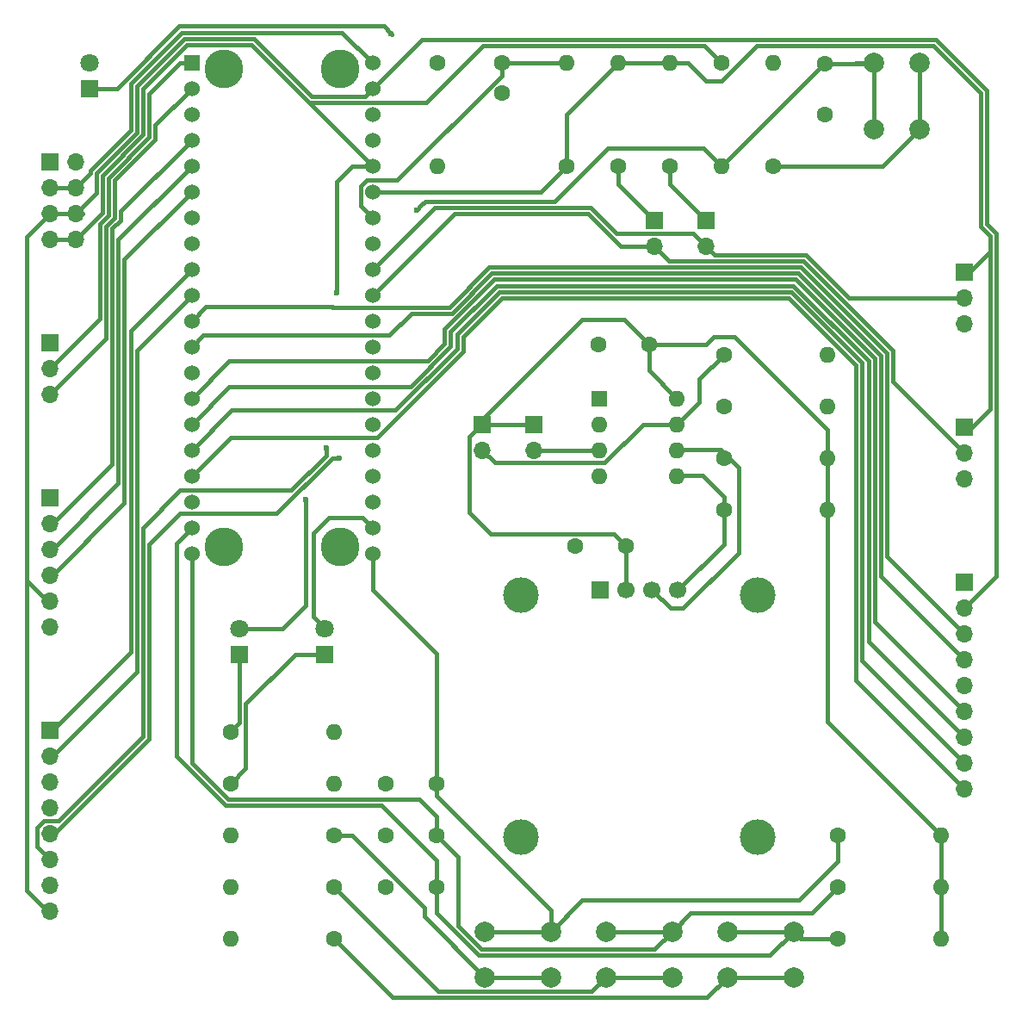
<source format=gbr>
%TF.GenerationSoftware,KiCad,Pcbnew,5.1.9-73d0e3b20d~88~ubuntu20.04.1*%
%TF.CreationDate,2021-03-02T10:16:35-05:00*%
%TF.ProjectId,kiwikit-rpi-pico,6b697769-6b69-4742-9d72-70692d706963,rev?*%
%TF.SameCoordinates,PX2faf080PY8f0d180*%
%TF.FileFunction,Copper,L1,Top*%
%TF.FilePolarity,Positive*%
%FSLAX46Y46*%
G04 Gerber Fmt 4.6, Leading zero omitted, Abs format (unit mm)*
G04 Created by KiCad (PCBNEW 5.1.9-73d0e3b20d~88~ubuntu20.04.1) date 2021-03-02 10:16:35*
%MOMM*%
%LPD*%
G01*
G04 APERTURE LIST*
%TA.AperFunction,ComponentPad*%
%ADD10O,1.700000X1.700000*%
%TD*%
%TA.AperFunction,ComponentPad*%
%ADD11R,1.700000X1.700000*%
%TD*%
%TA.AperFunction,ComponentPad*%
%ADD12C,2.000000*%
%TD*%
%TA.AperFunction,ComponentPad*%
%ADD13O,1.600000X1.600000*%
%TD*%
%TA.AperFunction,ComponentPad*%
%ADD14C,1.600000*%
%TD*%
%TA.AperFunction,ComponentPad*%
%ADD15C,1.800000*%
%TD*%
%TA.AperFunction,ComponentPad*%
%ADD16R,1.800000X1.800000*%
%TD*%
%TA.AperFunction,ComponentPad*%
%ADD17C,3.800000*%
%TD*%
%TA.AperFunction,ComponentPad*%
%ADD18C,1.524000*%
%TD*%
%TA.AperFunction,ComponentPad*%
%ADD19R,1.524000X1.524000*%
%TD*%
%TA.AperFunction,ComponentPad*%
%ADD20R,1.600000X1.600000*%
%TD*%
%TA.AperFunction,ComponentPad*%
%ADD21C,1.700000*%
%TD*%
%TA.AperFunction,ComponentPad*%
%ADD22C,3.500000*%
%TD*%
%TA.AperFunction,ViaPad*%
%ADD23C,0.600000*%
%TD*%
%TA.AperFunction,Conductor*%
%ADD24C,0.400000*%
%TD*%
G04 APERTURE END LIST*
D10*
%TO.P,J5,9*%
%TO.N,/GP13_SPI1_CS*%
X94996000Y23368000D03*
%TO.P,J5,8*%
%TO.N,/GP12_SPI1_MISO*%
X94996000Y25908000D03*
%TO.P,J5,7*%
%TO.N,/GP11_SPI1_MOSI*%
X94996000Y28448000D03*
%TO.P,J5,6*%
%TO.N,/GP10_SPI1_SCK*%
X94996000Y30988000D03*
%TO.P,J5,5*%
%TO.N,GND*%
X94996000Y33528000D03*
%TO.P,J5,4*%
%TO.N,/GP9_UART1_RX*%
X94996000Y36068000D03*
%TO.P,J5,3*%
%TO.N,/GP8_UART1_TX*%
X94996000Y38608000D03*
%TO.P,J5,2*%
%TO.N,+5V*%
X94996000Y41148000D03*
D11*
%TO.P,J5,1*%
%TO.N,GND*%
X94996000Y43688000D03*
%TD*%
D10*
%TO.P,J2,3*%
%TO.N,/GP1_UART0_RX*%
X5080000Y62103000D03*
%TO.P,J2,2*%
%TO.N,/GP0_UART0_TX*%
X5080000Y64643000D03*
D11*
%TO.P,J2,1*%
%TO.N,GND*%
X5080000Y67183000D03*
%TD*%
D10*
%TO.P,J1,8*%
%TO.N,+3V3*%
X7620000Y77343000D03*
%TO.P,J1,7*%
X5080000Y77343000D03*
%TO.P,J1,6*%
%TO.N,+5V*%
X7620000Y79883000D03*
%TO.P,J1,5*%
X5080000Y79883000D03*
%TO.P,J1,4*%
%TO.N,VBUS*%
X7620000Y82423000D03*
%TO.P,J1,3*%
X5080000Y82423000D03*
%TO.P,J1,2*%
%TO.N,GND*%
X7620000Y84963000D03*
D11*
%TO.P,J1,1*%
X5080000Y84963000D03*
%TD*%
D12*
%TO.P,SW1,1*%
%TO.N,Net-(R17-Pad1)*%
X59794000Y4826000D03*
%TO.P,SW1,2*%
%TO.N,/SW1*%
X59794000Y9326000D03*
%TO.P,SW1,1*%
%TO.N,Net-(R17-Pad1)*%
X66294000Y4826000D03*
%TO.P,SW1,2*%
%TO.N,/SW1*%
X66294000Y9326000D03*
%TD*%
D13*
%TO.P,R5,2*%
%TO.N,/~RST*%
X71120000Y84582000D03*
D14*
%TO.P,R5,1*%
%TO.N,+3V3*%
X71120000Y94742000D03*
%TD*%
D13*
%TO.P,R18,2*%
%TO.N,GND*%
X22860000Y18796000D03*
D14*
%TO.P,R18,1*%
%TO.N,Net-(R18-Pad1)*%
X33020000Y18796000D03*
%TD*%
D13*
%TO.P,R17,2*%
%TO.N,GND*%
X22860000Y13716000D03*
D14*
%TO.P,R17,1*%
%TO.N,Net-(R17-Pad1)*%
X33020000Y13716000D03*
%TD*%
D13*
%TO.P,R16,2*%
%TO.N,GND*%
X22860000Y8636000D03*
D14*
%TO.P,R16,1*%
%TO.N,Net-(R16-Pad1)*%
X33020000Y8636000D03*
%TD*%
D13*
%TO.P,R15,2*%
%TO.N,GND*%
X76200000Y94742000D03*
D14*
%TO.P,R15,1*%
%TO.N,Net-(R15-Pad1)*%
X76200000Y84582000D03*
%TD*%
D13*
%TO.P,R14,2*%
%TO.N,+3V3*%
X81534000Y50800000D03*
D14*
%TO.P,R14,1*%
%TO.N,/I2C1_SDA*%
X71374000Y50800000D03*
%TD*%
D13*
%TO.P,R13,2*%
%TO.N,+3V3*%
X81534000Y55880000D03*
D14*
%TO.P,R13,1*%
%TO.N,/I2C1_SCL*%
X71374000Y55880000D03*
%TD*%
D13*
%TO.P,R12,2*%
%TO.N,GND*%
X81534000Y60960000D03*
D14*
%TO.P,R12,1*%
%TO.N,Net-(JP4-Pad2)*%
X71374000Y60960000D03*
%TD*%
D13*
%TO.P,R11,2*%
%TO.N,GND*%
X81534000Y66040000D03*
D14*
%TO.P,R11,1*%
%TO.N,Net-(JP3-Pad2)*%
X71374000Y66040000D03*
%TD*%
D13*
%TO.P,R9,2*%
%TO.N,/ADC2*%
X55880000Y94742000D03*
D14*
%TO.P,R9,1*%
%TO.N,VDDA*%
X55880000Y84582000D03*
%TD*%
D13*
%TO.P,R8,2*%
%TO.N,GND*%
X43180000Y84582000D03*
D14*
%TO.P,R8,1*%
%TO.N,Net-(D2-Pad1)*%
X43180000Y94742000D03*
%TD*%
D13*
%TO.P,R7,2*%
%TO.N,GND*%
X33020000Y28956000D03*
D14*
%TO.P,R7,1*%
%TO.N,Net-(D1-Pad1)*%
X22860000Y28956000D03*
%TD*%
D13*
%TO.P,R6,2*%
%TO.N,GND*%
X33020000Y23876000D03*
D14*
%TO.P,R6,1*%
%TO.N,Net-(D0-Pad1)*%
X22860000Y23876000D03*
%TD*%
D13*
%TO.P,R4,2*%
%TO.N,VDDA*%
X66040000Y94742000D03*
D14*
%TO.P,R4,1*%
%TO.N,Net-(JP2-Pad1)*%
X66040000Y84582000D03*
%TD*%
D13*
%TO.P,R3,2*%
%TO.N,VDDA*%
X60960000Y94742000D03*
D14*
%TO.P,R3,1*%
%TO.N,Net-(JP1-Pad1)*%
X60960000Y84582000D03*
%TD*%
D13*
%TO.P,R2,2*%
%TO.N,+3V3*%
X92710000Y18796000D03*
D14*
%TO.P,R2,1*%
%TO.N,/SW2*%
X82550000Y18796000D03*
%TD*%
D13*
%TO.P,R1,2*%
%TO.N,+3V3*%
X92710000Y13716000D03*
D14*
%TO.P,R1,1*%
%TO.N,/SW1*%
X82550000Y13716000D03*
%TD*%
D13*
%TO.P,R0,2*%
%TO.N,+3V3*%
X92710000Y8636000D03*
D14*
%TO.P,R0,1*%
%TO.N,/SW0*%
X82550000Y8636000D03*
%TD*%
D15*
%TO.P,D2,2*%
%TO.N,+3V3*%
X9017000Y94742000D03*
D16*
%TO.P,D2,1*%
%TO.N,Net-(D2-Pad1)*%
X9017000Y92202000D03*
%TD*%
D15*
%TO.P,D1,2*%
%TO.N,/LED1*%
X23749000Y39116000D03*
D16*
%TO.P,D1,1*%
%TO.N,Net-(D1-Pad1)*%
X23749000Y36576000D03*
%TD*%
D15*
%TO.P,D0,2*%
%TO.N,/LED0*%
X32131000Y39116000D03*
D16*
%TO.P,D0,1*%
%TO.N,Net-(D0-Pad1)*%
X32131000Y36576000D03*
%TD*%
D14*
%TO.P,C8,2*%
%TO.N,GND*%
X59008000Y67056000D03*
%TO.P,C8,1*%
%TO.N,+3V3*%
X64008000Y67056000D03*
%TD*%
%TO.P,C6,2*%
%TO.N,GND*%
X56785500Y47244000D03*
%TO.P,C6,1*%
%TO.N,+3V3*%
X61785500Y47244000D03*
%TD*%
%TO.P,C5,2*%
%TO.N,/~RST*%
X81280000Y94662000D03*
%TO.P,C5,1*%
%TO.N,GND*%
X81280000Y89662000D03*
%TD*%
%TO.P,C2,2*%
%TO.N,/SW2*%
X43100000Y23876000D03*
%TO.P,C2,1*%
%TO.N,GND*%
X38100000Y23876000D03*
%TD*%
%TO.P,C1,2*%
%TO.N,/SW1*%
X43100000Y18796000D03*
%TO.P,C1,1*%
%TO.N,GND*%
X38100000Y18796000D03*
%TD*%
%TO.P,C0,2*%
%TO.N,/SW0*%
X43100000Y13716000D03*
%TO.P,C0,1*%
%TO.N,GND*%
X38100000Y13716000D03*
%TD*%
D17*
%TO.P,U1,*%
%TO.N,*%
X33640000Y47112000D03*
X22240000Y47112000D03*
X33640000Y94112000D03*
X22240000Y94112000D03*
D18*
%TO.P,U1,40*%
%TO.N,VBUS*%
X36830000Y94742000D03*
%TO.P,U1,39*%
%TO.N,+5V*%
X36830000Y92202000D03*
%TO.P,U1,38*%
%TO.N,GND*%
X36830000Y89662000D03*
%TO.P,U1,37*%
%TO.N,Net-(U1-Pad37)*%
X36830000Y87122000D03*
%TO.P,U1,36*%
%TO.N,+3V3*%
X36830000Y84582000D03*
%TO.P,U1,35*%
%TO.N,VDDA*%
X36830000Y82042000D03*
%TO.P,U1,34*%
%TO.N,/ADC2*%
X36830000Y79502000D03*
%TO.P,U1,33*%
%TO.N,GNDA*%
X36830000Y76962000D03*
%TO.P,U1,32*%
%TO.N,/GP27_ADC1*%
X36830000Y74422000D03*
%TO.P,U1,31*%
%TO.N,/GP26_ADC0*%
X36830000Y71882000D03*
%TO.P,U1,30*%
%TO.N,/~RST*%
X36830000Y69342000D03*
%TO.P,U1,29*%
%TO.N,/LED1*%
X36830000Y66802000D03*
%TO.P,U1,28*%
%TO.N,GND*%
X36830000Y64262000D03*
%TO.P,U1,27*%
%TO.N,/GP21_I2C0_SCL*%
X36830000Y61722000D03*
%TO.P,U1,26*%
%TO.N,/GP20_I2C0_SDA*%
X36830000Y59182000D03*
%TO.P,U1,25*%
%TO.N,/I2C1_SCL*%
X36830000Y56642000D03*
%TO.P,U1,24*%
%TO.N,/I2C1_SDA*%
X36830000Y54102000D03*
%TO.P,U1,23*%
%TO.N,GND*%
X36830000Y51562000D03*
%TO.P,U1,22*%
%TO.N,/LED0*%
X36830000Y49022000D03*
%TO.P,U1,21*%
%TO.N,/SW2*%
X36830000Y46482000D03*
%TO.P,U1,20*%
%TO.N,/SW1*%
X19050000Y46482000D03*
%TO.P,U1,19*%
%TO.N,/SW0*%
X19050000Y49022000D03*
%TO.P,U1,18*%
%TO.N,GND*%
X19050000Y51562000D03*
%TO.P,U1,17*%
%TO.N,/GP13_SPI1_CS*%
X19050000Y54102000D03*
%TO.P,U1,16*%
%TO.N,/GP12_SPI1_MISO*%
X19050000Y56642000D03*
%TO.P,U1,15*%
%TO.N,/GP11_SPI1_MOSI*%
X19050000Y59182000D03*
%TO.P,U1,14*%
%TO.N,/GP10_SPI1_SCK*%
X19050000Y61722000D03*
%TO.P,U1,13*%
%TO.N,GND*%
X19050000Y64262000D03*
%TO.P,U1,12*%
%TO.N,/GP9_UART1_RX*%
X19050000Y66802000D03*
%TO.P,U1,11*%
%TO.N,/GP8_UART1_TX*%
X19050000Y69342000D03*
%TO.P,U1,10*%
%TO.N,/GP7_AD0*%
X19050000Y71882000D03*
%TO.P,U1,9*%
%TO.N,/GP6_INT*%
X19050000Y74422000D03*
%TO.P,U1,8*%
%TO.N,GND*%
X19050000Y76962000D03*
%TO.P,U1,7*%
%TO.N,/GP5_SPI0_CS*%
X19050000Y79502000D03*
%TO.P,U1,6*%
%TO.N,/GP4_SPI0_MISO*%
X19050000Y82042000D03*
%TO.P,U1,5*%
%TO.N,/GP3_SPI0_MOSI*%
X19050000Y84582000D03*
%TO.P,U1,4*%
%TO.N,/GP2_SPI0_SCK*%
X19050000Y87122000D03*
%TO.P,U1,3*%
%TO.N,GND*%
X19050000Y89662000D03*
%TO.P,U1,2*%
%TO.N,/GP1_UART0_RX*%
X19050000Y92202000D03*
D19*
%TO.P,U1,1*%
%TO.N,/GP0_UART0_TX*%
X19050000Y94742000D03*
%TD*%
D12*
%TO.P,SW2,1*%
%TO.N,Net-(R18-Pad1)*%
X47856000Y4826000D03*
%TO.P,SW2,2*%
%TO.N,/SW2*%
X47856000Y9326000D03*
%TO.P,SW2,1*%
%TO.N,Net-(R18-Pad1)*%
X54356000Y4826000D03*
%TO.P,SW2,2*%
%TO.N,/SW2*%
X54356000Y9326000D03*
%TD*%
%TO.P,SW0,1*%
%TO.N,Net-(R16-Pad1)*%
X71732000Y4826000D03*
%TO.P,SW0,2*%
%TO.N,/SW0*%
X71732000Y9326000D03*
%TO.P,SW0,1*%
%TO.N,Net-(R16-Pad1)*%
X78232000Y4826000D03*
%TO.P,SW0,2*%
%TO.N,/SW0*%
X78232000Y9326000D03*
%TD*%
D10*
%TO.P,JP2,2*%
%TO.N,/GP27_ADC1*%
X69596000Y76708000D03*
D11*
%TO.P,JP2,1*%
%TO.N,Net-(JP2-Pad1)*%
X69596000Y79248000D03*
%TD*%
D10*
%TO.P,JP1,2*%
%TO.N,/GP26_ADC0*%
X64516000Y76708000D03*
D11*
%TO.P,JP1,1*%
%TO.N,Net-(JP1-Pad1)*%
X64516000Y79248000D03*
%TD*%
D10*
%TO.P,J6,3*%
%TO.N,GNDA*%
X94996000Y53848000D03*
%TO.P,J6,2*%
%TO.N,/GP26_ADC0*%
X94996000Y56388000D03*
D11*
%TO.P,J6,1*%
%TO.N,VDDA*%
X94996000Y58928000D03*
%TD*%
D10*
%TO.P,J7,3*%
%TO.N,GNDA*%
X94996000Y69088000D03*
%TO.P,J7,2*%
%TO.N,/GP27_ADC1*%
X94996000Y71628000D03*
D11*
%TO.P,J7,1*%
%TO.N,VDDA*%
X94996000Y74168000D03*
%TD*%
D10*
%TO.P,J4,8*%
%TO.N,+5V*%
X5080000Y11303000D03*
%TO.P,J4,7*%
%TO.N,GND*%
X5080000Y13843000D03*
%TO.P,J4,6*%
%TO.N,/GP21_I2C0_SCL*%
X5080000Y16383000D03*
%TO.P,J4,5*%
%TO.N,/GP20_I2C0_SDA*%
X5080000Y18923000D03*
%TO.P,J4,4*%
%TO.N,/XDA*%
X5080000Y21463000D03*
%TO.P,J4,3*%
%TO.N,/XCL*%
X5080000Y24003000D03*
%TO.P,J4,2*%
%TO.N,/GP7_AD0*%
X5080000Y26543000D03*
D11*
%TO.P,J4,1*%
%TO.N,/GP6_INT*%
X5080000Y29083000D03*
%TD*%
D14*
%TO.P,R10,2*%
%TO.N,GNDA*%
X49530000Y91742000D03*
%TO.P,R10,1*%
%TO.N,/ADC2*%
X49530000Y94742000D03*
%TD*%
D10*
%TO.P,J3,6*%
%TO.N,GND*%
X5080000Y39243000D03*
%TO.P,J3,5*%
%TO.N,+5V*%
X5080000Y41783000D03*
%TO.P,J3,4*%
%TO.N,/GP4_SPI0_MISO*%
X5080000Y44323000D03*
%TO.P,J3,3*%
%TO.N,/GP3_SPI0_MOSI*%
X5080000Y46863000D03*
%TO.P,J3,2*%
%TO.N,/GP2_SPI0_SCK*%
X5080000Y49403000D03*
D11*
%TO.P,J3,1*%
%TO.N,/GP5_SPI0_CS*%
X5080000Y51943000D03*
%TD*%
D12*
%TO.P,SW5,1*%
%TO.N,Net-(R15-Pad1)*%
X90606000Y88178500D03*
%TO.P,SW5,2*%
%TO.N,/~RST*%
X86106000Y88178500D03*
%TO.P,SW5,1*%
%TO.N,Net-(R15-Pad1)*%
X90606000Y94678500D03*
%TO.P,SW5,2*%
%TO.N,/~RST*%
X86106000Y94678500D03*
%TD*%
D13*
%TO.P,U3,8*%
%TO.N,+3V3*%
X66764000Y61722000D03*
%TO.P,U3,4*%
%TO.N,GND*%
X59144000Y54102000D03*
%TO.P,U3,7*%
%TO.N,Net-(JP3-Pad2)*%
X66764000Y59182000D03*
%TO.P,U3,3*%
%TO.N,Net-(JP4-Pad2)*%
X59144000Y56642000D03*
%TO.P,U3,6*%
%TO.N,/I2C1_SCL*%
X66764000Y56642000D03*
%TO.P,U3,2*%
%TO.N,N/C*%
X59144000Y59182000D03*
%TO.P,U3,5*%
%TO.N,/I2C1_SDA*%
X66764000Y54102000D03*
D20*
%TO.P,U3,1*%
%TO.N,N/C*%
X59144000Y61722000D03*
%TD*%
D10*
%TO.P,JP3,2*%
%TO.N,Net-(JP3-Pad2)*%
X47625000Y56642000D03*
D11*
%TO.P,JP3,1*%
%TO.N,+3V3*%
X47625000Y59182000D03*
%TD*%
D10*
%TO.P,JP4,2*%
%TO.N,Net-(JP4-Pad2)*%
X52705000Y56642000D03*
D11*
%TO.P,JP4,1*%
%TO.N,+3V3*%
X52705000Y59182000D03*
%TD*%
D21*
%TO.P,U2,4*%
%TO.N,/I2C1_SDA*%
X66865500Y42880000D03*
%TO.P,U2,3*%
%TO.N,/I2C1_SCL*%
X64325500Y42880000D03*
%TO.P,U2,2*%
%TO.N,+3V3*%
X61785500Y42880000D03*
D11*
%TO.P,U2,1*%
%TO.N,GND*%
X59245500Y42880000D03*
D22*
%TO.P,U2,*%
%TO.N,*%
X74705500Y18580000D03*
X51405500Y18580000D03*
X74705500Y42380000D03*
X51405500Y42380000D03*
%TD*%
D23*
%TO.N,+3V3*%
X33274000Y72136000D03*
%TO.N,Net-(D2-Pad1)*%
X38671500Y97599500D03*
%TO.N,/~RST*%
X41148000Y80264000D03*
%TO.N,/LED1*%
X30226000Y51816000D03*
%TO.N,/GP20_I2C0_SDA*%
X33522533Y55885467D03*
%TO.N,/GP21_I2C0_SCL*%
X32258000Y56896000D03*
%TD*%
D24*
%TO.N,+3V3*%
X7610000Y77343000D02*
X5070000Y77343000D01*
X60585499Y48444001D02*
X61785500Y47244000D01*
X61785500Y47244000D02*
X61785500Y42880000D01*
X47625000Y59182000D02*
X52705000Y59182000D01*
X47625000Y59182000D02*
X46374999Y57931999D01*
X46374999Y57931999D02*
X46374999Y50526001D01*
X64008000Y64478000D02*
X66764000Y61722000D01*
X64008000Y67056000D02*
X64008000Y64478000D01*
X64008000Y67056000D02*
X61595000Y69469000D01*
X61595000Y69469000D02*
X57404000Y69469000D01*
X47625000Y59690000D02*
X47625000Y59182000D01*
X57404000Y69469000D02*
X47625000Y59690000D01*
X64008000Y67056000D02*
X69596000Y67056000D01*
X69596000Y67056000D02*
X70358000Y67818000D01*
X70358000Y67818000D02*
X72390000Y67818000D01*
X81534000Y50800000D02*
X81534000Y55880000D01*
X81534000Y58674000D02*
X74676000Y65532000D01*
X81534000Y55880000D02*
X81534000Y58674000D01*
X74676000Y65532000D02*
X75184000Y65024000D01*
X72390000Y67818000D02*
X74676000Y65532000D01*
X48456999Y48444001D02*
X46374999Y50526001D01*
X60585499Y48444001D02*
X48456999Y48444001D01*
X10252010Y83658010D02*
X10252010Y79985010D01*
X10252010Y79985010D02*
X7610000Y77343000D01*
X14244999Y87650999D02*
X10252010Y83658010D01*
X18583998Y96520000D02*
X14244999Y92181001D01*
X14244999Y92181001D02*
X14244999Y87650999D01*
X24892000Y96520000D02*
X18583998Y96520000D01*
X69434010Y96427990D02*
X68672010Y96427990D01*
X71120000Y94742000D02*
X69434010Y96427990D01*
X30572009Y90839991D02*
X42071991Y90839991D01*
X30353000Y91059000D02*
X30572009Y90839991D01*
X36830000Y84582000D02*
X30353000Y91059000D01*
X30353000Y91059000D02*
X24892000Y96520000D01*
X47659990Y96427990D02*
X52231990Y96427990D01*
X42071991Y90839991D02*
X47659990Y96427990D01*
X52231990Y96427990D02*
X68672010Y96427990D01*
X51215990Y96427990D02*
X52231990Y96427990D01*
X34798000Y84582000D02*
X36830000Y84582000D01*
X33274000Y83058000D02*
X34798000Y84582000D01*
X33274000Y72136000D02*
X33274000Y83058000D01*
X81534000Y29972000D02*
X92710000Y18796000D01*
X81534000Y50800000D02*
X81534000Y29972000D01*
X92710000Y18796000D02*
X92710000Y13716000D01*
X92710000Y13716000D02*
X92710000Y8636000D01*
%TO.N,+5V*%
X7610000Y79883000D02*
X5070000Y79883000D01*
X5070000Y79883000D02*
X2794000Y77607000D01*
X2794000Y77607000D02*
X2794000Y44831000D01*
X2794000Y44831000D02*
X2794000Y44323000D01*
X36068001Y91440001D02*
X30820541Y91440001D01*
X36830000Y92202000D02*
X36068001Y91440001D01*
X30820541Y91440001D02*
X25140532Y97120010D01*
X8337456Y79883000D02*
X7610000Y79883000D01*
X25140532Y97120010D02*
X18335465Y97120009D01*
X2794000Y43815000D02*
X2794000Y44323000D01*
X5080000Y41529000D02*
X2794000Y43815000D01*
X2794000Y13335000D02*
X2794000Y15113000D01*
X5080000Y11049000D02*
X2794000Y13335000D01*
X2794000Y15113000D02*
X2794000Y13843000D01*
X2794000Y44831000D02*
X2794000Y15113000D01*
X41656000Y97028000D02*
X36830000Y92202000D01*
X97198271Y92031729D02*
X92202000Y97028000D01*
X92202000Y97028000D02*
X41656000Y97028000D01*
X98136009Y77972533D02*
X97198271Y78910271D01*
X97198271Y78910271D02*
X97198271Y92031729D01*
X98136009Y44288009D02*
X98136009Y49622009D01*
X94996000Y41148000D02*
X98136009Y44288009D01*
X98136009Y49622009D02*
X98136009Y77972533D01*
X98136010Y48860010D02*
X98136009Y49622009D01*
X18335465Y97120009D02*
X13644989Y92429533D01*
X13644989Y92429533D02*
X13644989Y87899531D01*
X13644989Y87899531D02*
X9652000Y83906542D01*
X9652000Y81925000D02*
X7610000Y79883000D01*
X9652000Y83906542D02*
X9652000Y81925000D01*
%TO.N,VDDA*%
X96598261Y78661739D02*
X97536000Y77724000D01*
X91953468Y96427990D02*
X96598261Y91783197D01*
X96598261Y91783197D02*
X96598261Y78661739D01*
X95504000Y74168000D02*
X97536000Y76200000D01*
X94996000Y74168000D02*
X95504000Y74168000D01*
X97536000Y77724000D02*
X97536000Y76200000D01*
X94996000Y58928000D02*
X95758000Y58928000D01*
X97536000Y60706000D02*
X97536000Y66548000D01*
X95758000Y58928000D02*
X97536000Y60706000D01*
X97536000Y66548000D02*
X97536000Y66040000D01*
X97536000Y76200000D02*
X97536000Y66548000D01*
X78520990Y96427990D02*
X91953468Y96427990D01*
X78139990Y96427990D02*
X78520990Y96427990D01*
X53340000Y82042000D02*
X55880000Y84582000D01*
X36830000Y82042000D02*
X53340000Y82042000D01*
X55880000Y89662000D02*
X60960000Y94742000D01*
X55880000Y84582000D02*
X55880000Y89662000D01*
X60960000Y94742000D02*
X66040000Y94742000D01*
X66040000Y94742000D02*
X67818000Y94742000D01*
X67818000Y94742000D02*
X69596000Y92964000D01*
X74581992Y96427990D02*
X75530010Y96427990D01*
X71118002Y92964000D02*
X74581992Y96427990D01*
X69596000Y92964000D02*
X71118002Y92964000D01*
X75530010Y96427990D02*
X78520990Y96427990D01*
%TO.N,Net-(D1-Pad1)*%
X23749000Y29845000D02*
X22860000Y28956000D01*
X23749000Y36576000D02*
X23749000Y29845000D01*
%TO.N,Net-(D2-Pad1)*%
X9017000Y92202000D02*
X11720372Y92202000D01*
X17838400Y98320028D02*
X18490450Y98320028D01*
X11720372Y92202000D02*
X17838400Y98320028D01*
X18490450Y98320028D02*
X37950972Y98320028D01*
X37950972Y98320028D02*
X38671500Y97599500D01*
X38671500Y97599500D02*
X38735000Y97536000D01*
%TO.N,VBUS*%
X7610000Y82423000D02*
X5070000Y82423000D01*
X36830000Y94742000D02*
X33851982Y97720018D01*
X9051991Y83864991D02*
X9051991Y84155075D01*
X7610000Y82423000D02*
X9051991Y83864991D01*
X18086932Y97720018D02*
X18738982Y97720018D01*
X13044980Y92678066D02*
X18086932Y97720018D01*
X13044979Y88148063D02*
X13044980Y92678066D01*
X9051991Y84155075D02*
X13044979Y88148063D01*
X33851982Y97720018D02*
X18738982Y97720018D01*
%TO.N,Net-(JP4-Pad2)*%
X59144000Y56642000D02*
X52705000Y56642000D01*
%TO.N,/ADC2*%
X36830000Y79502000D02*
X36916542Y79502000D01*
X49530000Y94742000D02*
X55880000Y94742000D01*
X49530000Y93472000D02*
X49530000Y94742000D01*
X36272239Y83204001D02*
X39262001Y83204001D01*
X35667999Y82599761D02*
X36272239Y83204001D01*
X39262001Y83204001D02*
X49530000Y93472000D01*
X35667999Y80664001D02*
X35667999Y82599761D01*
X36830000Y79502000D02*
X35667999Y80664001D01*
%TO.N,/~RST*%
X41148000Y80264000D02*
X41148000Y80264000D01*
X84311500Y94662000D02*
X84328000Y94678500D01*
X84328000Y94678500D02*
X86106000Y94678500D01*
X86106000Y94678500D02*
X86106000Y88178500D01*
X42002010Y81118010D02*
X41592500Y80708500D01*
X41148000Y80264000D02*
X41592500Y80708500D01*
X54702010Y81118010D02*
X42002010Y81118010D01*
X69342000Y86360000D02*
X71120000Y84582000D01*
X59944000Y86360000D02*
X69342000Y86360000D01*
X54702010Y81118010D02*
X59944000Y86360000D01*
X81200000Y94662000D02*
X81280000Y94662000D01*
X71120000Y84582000D02*
X81200000Y94662000D01*
X86089500Y94662000D02*
X86106000Y94678500D01*
X81280000Y94662000D02*
X86089500Y94662000D01*
%TO.N,/LED0*%
X30988000Y40259000D02*
X32131000Y39116000D01*
X30988000Y48514000D02*
X30988000Y40259000D01*
X32512000Y50038000D02*
X30988000Y48514000D01*
X35814000Y50038000D02*
X32512000Y50038000D01*
X36830000Y49022000D02*
X35814000Y50038000D01*
%TO.N,/I2C1_SCL*%
X71064000Y56698000D02*
X71374000Y56388000D01*
X66764000Y56698000D02*
X71064000Y56698000D01*
X71374000Y56388000D02*
X72834500Y54927500D01*
X72834500Y54927500D02*
X72834500Y46545500D01*
X72834500Y46545500D02*
X67373500Y41084500D01*
X66121000Y41084500D02*
X64325500Y42880000D01*
X67373500Y41084500D02*
X66121000Y41084500D01*
%TO.N,/I2C1_SDA*%
X69286000Y54158000D02*
X71374000Y52070000D01*
X66764000Y54158000D02*
X69286000Y54158000D01*
X71374000Y47388500D02*
X66865500Y42880000D01*
X71374000Y52070000D02*
X71374000Y47388500D01*
%TO.N,/LED1*%
X30226000Y41402000D02*
X27940000Y39116000D01*
X30226000Y51816000D02*
X30226000Y41402000D01*
X27940000Y39116000D02*
X23749000Y39116000D01*
%TO.N,Net-(D0-Pad1)*%
X32131000Y36576000D02*
X29210000Y36576000D01*
X29210000Y36576000D02*
X24349010Y31715010D01*
X24349010Y25365010D02*
X22860000Y23876000D01*
X24349010Y31715010D02*
X24349010Y25365010D01*
%TO.N,/GP1_UART0_RX*%
X10633010Y67656010D02*
X5080000Y62103000D01*
X15445017Y88597017D02*
X15445017Y87153933D01*
X19050000Y92202000D02*
X15445017Y88597017D01*
X15445017Y87153933D02*
X11452030Y83160946D01*
X10633010Y78668926D02*
X10633010Y76292010D01*
X11452030Y79487946D02*
X10633010Y78668926D01*
X11452030Y83160946D02*
X11452030Y79487946D01*
X10633010Y76292010D02*
X10633010Y67656010D01*
X10633010Y76546010D02*
X10633010Y76292010D01*
%TO.N,/GP0_UART0_TX*%
X10033000Y69596000D02*
X5080000Y64643000D01*
X17888000Y94742000D02*
X14845009Y91699009D01*
X19050000Y94742000D02*
X17888000Y94742000D01*
X14845008Y87402466D02*
X10852020Y83409478D01*
X14845009Y91699009D02*
X14845008Y87402466D01*
X10852020Y79736478D02*
X10852020Y83409478D01*
X10033000Y78917458D02*
X10852020Y79736478D01*
X10033000Y69596000D02*
X10033000Y78917458D01*
%TO.N,/GP2_SPI0_SCK*%
X11233020Y55302020D02*
X5080000Y49149000D01*
X12052040Y79239414D02*
X11233020Y78420394D01*
X12052040Y80124040D02*
X12052040Y79239414D01*
X19050000Y87122000D02*
X12052040Y80124040D01*
X11233020Y78420394D02*
X11233020Y69907020D01*
X11233020Y69907020D02*
X11233020Y55302020D01*
X11233020Y72066020D02*
X11233020Y69907020D01*
%TO.N,/GP3_SPI0_MOSI*%
X11833030Y53362030D02*
X5080000Y46609000D01*
X19050000Y84582000D02*
X11833030Y77365030D01*
X11833030Y77365030D02*
X11833030Y69065970D01*
X11833030Y69065970D02*
X11833030Y53362030D01*
X11833030Y70126030D02*
X11833030Y69065970D01*
%TO.N,/GP4_SPI0_MISO*%
X12433040Y51422040D02*
X5080000Y44069000D01*
X12433040Y56527961D02*
X12433040Y51422040D01*
X12433039Y75425039D02*
X12433039Y67297039D01*
X19050000Y82042000D02*
X12433039Y75425039D01*
X12433039Y67297039D02*
X12433039Y56273961D01*
X12433039Y68186039D02*
X12433039Y67297039D01*
%TO.N,/GP13_SPI1_CS*%
X77722002Y71628000D02*
X84328000Y65022002D01*
X49530000Y71628000D02*
X77722002Y71628000D01*
X45720000Y67818000D02*
X49530000Y71628000D01*
X84328000Y65022002D02*
X84328000Y62484000D01*
X22860000Y57912000D02*
X37279762Y57912000D01*
X45720000Y66352238D02*
X45720000Y67818000D01*
X37279762Y57912000D02*
X45720000Y66352238D01*
X19050000Y54102000D02*
X22860000Y57912000D01*
X84328000Y34036000D02*
X94996000Y23368000D01*
X84328000Y62738000D02*
X84328000Y34036000D01*
%TO.N,/GP12_SPI1_MISO*%
X22967999Y60559999D02*
X39079219Y60559999D01*
X19050000Y56642000D02*
X22967999Y60559999D01*
X45119990Y66600770D02*
X45119991Y68066533D01*
X39079219Y60559999D02*
X45119990Y66600770D01*
X45119991Y68066533D02*
X49281468Y72228010D01*
X75276009Y72228009D02*
X77970534Y72228010D01*
X84928010Y65270534D02*
X84928010Y62391990D01*
X77970534Y72228010D02*
X84928010Y65270534D01*
X84928010Y62986532D02*
X84928010Y62391990D01*
X49281468Y72228010D02*
X75276009Y72228009D01*
X75276009Y72228009D02*
X75686533Y72228009D01*
X84928010Y35975990D02*
X94996000Y25908000D01*
X84928010Y62391990D02*
X84928010Y35975990D01*
%TO.N,/GP11_SPI1_MOSI*%
X22752001Y62884001D02*
X40554679Y62884001D01*
X19050000Y59182000D02*
X22752001Y62884001D01*
X44519981Y66849303D02*
X44519982Y68315066D01*
X40554679Y62884001D02*
X44519981Y66849303D01*
X44519982Y68315066D02*
X49032937Y72828019D01*
X85598000Y65449086D02*
X85598000Y62230000D01*
X78219067Y72828019D02*
X85598000Y65449086D01*
X75507981Y72828019D02*
X78219067Y72828019D01*
X85598000Y63165084D02*
X85598000Y62230000D01*
X49032937Y72828019D02*
X75507981Y72828019D01*
X75507981Y72828019D02*
X75935066Y72828018D01*
X85598000Y37846000D02*
X94996000Y28448000D01*
X85598000Y62230000D02*
X85598000Y37846000D01*
%TO.N,/GP10_SPI1_SCK*%
X86198010Y65697618D02*
X86198010Y63084010D01*
X48784406Y73428028D02*
X78467600Y73428028D01*
X43919973Y68563599D02*
X48784406Y73428028D01*
X43919972Y67097836D02*
X43919973Y68563599D01*
X42246137Y65424001D02*
X43919972Y67097836D01*
X22752001Y65424001D02*
X42246137Y65424001D01*
X78467600Y73428028D02*
X86198010Y65697618D01*
X19050000Y61722000D02*
X22752001Y65424001D01*
X86198010Y63413616D02*
X86198010Y63084010D01*
X86198010Y39785990D02*
X94996000Y30988000D01*
X86198010Y63084010D02*
X86198010Y39785990D01*
%TO.N,/GP9_UART1_RX*%
X78716133Y74028037D02*
X86798020Y65946150D01*
X86798020Y65946150D02*
X86798020Y62553980D01*
X48535875Y74028037D02*
X78716133Y74028037D01*
X44611833Y70104000D02*
X48535875Y74028037D01*
X38500001Y67964001D02*
X40640000Y70104000D01*
X20212001Y67964001D02*
X38500001Y67964001D01*
X19050000Y66802000D02*
X20212001Y67964001D01*
X40640000Y70104000D02*
X44611833Y70104000D01*
X86798020Y63662148D02*
X86798020Y62553980D01*
X86798020Y44265980D02*
X94996000Y36068000D01*
X86798020Y62553980D02*
X86798020Y44265980D01*
%TO.N,/GP8_UART1_TX*%
X20427999Y70719999D02*
X19050000Y69342000D01*
X32889988Y70704010D02*
X32873999Y70719999D01*
X44363302Y70704010D02*
X32889988Y70704010D01*
X32873999Y70719999D02*
X20427999Y70719999D01*
X48287344Y74628046D02*
X44363302Y70704010D01*
X75993954Y74628046D02*
X78964665Y74628047D01*
X87398030Y63014030D02*
X87398030Y63910680D01*
X78964665Y74628047D02*
X87398030Y66194682D01*
X87398030Y66194682D02*
X87398030Y63014030D01*
X71346665Y74628045D02*
X70659954Y74628046D01*
X75993954Y74628046D02*
X48287344Y74628046D01*
X87398030Y46205970D02*
X87398030Y51285970D01*
X94996000Y38608000D02*
X87398030Y46205970D01*
X87398030Y51285970D02*
X87398030Y63014030D01*
X87398030Y50777970D02*
X87398030Y51285970D01*
%TO.N,Net-(JP1-Pad1)*%
X60960000Y82804000D02*
X64516000Y79248000D01*
X60960000Y84582000D02*
X60960000Y82804000D01*
%TO.N,Net-(JP2-Pad1)*%
X66040000Y82804000D02*
X69596000Y79248000D01*
X66040000Y84582000D02*
X66040000Y82804000D01*
%TO.N,Net-(JP3-Pad2)*%
X59670001Y55391999D02*
X48875001Y55391999D01*
X63460002Y59182000D02*
X59670001Y55391999D01*
X48875001Y55391999D02*
X47625000Y56642000D01*
X66764000Y59182000D02*
X63460002Y59182000D01*
X68961000Y61379000D02*
X68961000Y63627000D01*
X68961000Y63627000D02*
X71374000Y66040000D01*
X66764000Y59182000D02*
X68961000Y61379000D01*
%TO.N,/GP20_I2C0_SDA*%
X5166542Y18669000D02*
X5080000Y18669000D01*
X33522533Y55885467D02*
X33522533Y55885467D01*
X14833079Y28263535D02*
X5238544Y18669000D01*
X14833079Y47345079D02*
X14833079Y28263535D01*
X17887999Y50399999D02*
X14833079Y47345079D01*
X27372541Y50399999D02*
X17887999Y50399999D01*
X5238544Y18669000D02*
X5080000Y18669000D01*
X32858009Y55885467D02*
X27372541Y50399999D01*
X33522533Y55885467D02*
X32858009Y55885467D01*
%TO.N,/GP7_AD0*%
X5080000Y26408998D02*
X5080000Y26289000D01*
X13633059Y34842059D02*
X5080000Y26289000D01*
X13633059Y66465059D02*
X13633059Y34842059D01*
X19050000Y71882000D02*
X13633059Y66465059D01*
%TO.N,/GP6_INT*%
X19050000Y74422000D02*
X13033049Y68405049D01*
X13033049Y58340951D02*
X13033049Y36782049D01*
X13033049Y68405049D02*
X13033049Y58340951D01*
X13033049Y61166049D02*
X13033049Y58340951D01*
X13033049Y36782049D02*
X5080000Y28829000D01*
%TO.N,/GP21_I2C0_SCL*%
X32258000Y56896000D02*
X32258000Y56896000D01*
X14233069Y49031069D02*
X14233069Y28512067D01*
X17926001Y52724001D02*
X14233069Y49031069D01*
X28848001Y52724001D02*
X17926001Y52724001D01*
X32258000Y56896000D02*
X32258000Y56134000D01*
X32258000Y56134000D02*
X28848001Y52724001D01*
X5080000Y16383000D02*
X3829999Y17633001D01*
X3829999Y17633001D02*
X3829999Y19501999D01*
X7442501Y21721499D02*
X6942501Y21221499D01*
X5934001Y20212999D02*
X7442501Y21721499D01*
X4540999Y20212999D02*
X5934001Y20212999D01*
X3829999Y19501999D02*
X4540999Y20212999D01*
X14233069Y28512067D02*
X7442501Y21721499D01*
%TO.N,/GP27_ADC1*%
X70104000Y76200000D02*
X69596000Y76708000D01*
X60833000Y77978000D02*
X68326000Y77978000D01*
X68326000Y77978000D02*
X69596000Y76708000D01*
X58293000Y80518000D02*
X60833000Y77978000D01*
X42926000Y80518000D02*
X58293000Y80518000D01*
X36830000Y74422000D02*
X42926000Y80518000D01*
X70475934Y75828066D02*
X69596000Y76708000D01*
X79461730Y75828066D02*
X70475934Y75828066D01*
X83661796Y71628000D02*
X79461730Y75828066D01*
X94996000Y71628000D02*
X83661796Y71628000D01*
%TO.N,/GP26_ADC0*%
X36830000Y71882000D02*
X44865990Y79917990D01*
X44865990Y79917990D02*
X58044468Y79917990D01*
X61254458Y76708000D02*
X64516000Y76708000D01*
X58044468Y79917990D02*
X61254458Y76708000D01*
X65995944Y75228056D02*
X64516000Y76708000D01*
X79213198Y75228056D02*
X65995944Y75228056D01*
X87998040Y66443214D02*
X79213198Y75228056D01*
X87998040Y63385960D02*
X87998040Y66443214D01*
X94996000Y56388000D02*
X87998040Y63385960D01*
%TO.N,/SW0*%
X19050000Y49022000D02*
X17526000Y47498000D01*
X78922000Y8636000D02*
X78232000Y9326000D01*
X82550000Y8636000D02*
X78922000Y8636000D01*
X78232000Y9326000D02*
X71732000Y9326000D01*
X43100000Y11161456D02*
X43100000Y13716000D01*
X47241465Y7019991D02*
X43100000Y11161456D01*
X75925991Y7019991D02*
X47241465Y7019991D01*
X78232000Y9326000D02*
X75925991Y7019991D01*
X17526000Y44958000D02*
X17526000Y44196000D01*
X17526000Y47498000D02*
X17526000Y44958000D01*
X43100000Y16336000D02*
X43100000Y13716000D01*
X37684010Y21751990D02*
X43100000Y16336000D01*
X22359466Y21751990D02*
X37684010Y21751990D01*
X17526000Y26585456D02*
X22359466Y21751990D01*
X17526000Y44958000D02*
X17526000Y26585456D01*
%TO.N,/SW1*%
X82550000Y13716000D02*
X80010000Y11176000D01*
X68144000Y11176000D02*
X66294000Y9326000D01*
X80010000Y11176000D02*
X68144000Y11176000D01*
X66294000Y9326000D02*
X59794000Y9326000D01*
X45212000Y16684000D02*
X43100000Y18796000D01*
X45212000Y9897998D02*
X45212000Y16684000D01*
X47489998Y7620000D02*
X45212000Y9897998D01*
X64588000Y7620000D02*
X47489998Y7620000D01*
X66294000Y9326000D02*
X64588000Y7620000D01*
X19050000Y43942000D02*
X19050000Y43520542D01*
X19050000Y46482000D02*
X19050000Y43942000D01*
X43100000Y20652002D02*
X43100000Y18796000D01*
X41400002Y22352000D02*
X43100000Y20652002D01*
X22607998Y22352000D02*
X41400002Y22352000D01*
X19050000Y25909998D02*
X22607998Y22352000D01*
X19050000Y43942000D02*
X19050000Y25909998D01*
%TO.N,/SW2*%
X36830000Y46482000D02*
X36830000Y42926000D01*
X82550000Y18796000D02*
X82550000Y16256000D01*
X82550000Y16256000D02*
X78740000Y12446000D01*
X57476000Y12446000D02*
X54356000Y9326000D01*
X78740000Y12446000D02*
X57476000Y12446000D01*
X54356000Y9326000D02*
X54356000Y11430000D01*
X43100000Y22686000D02*
X43100000Y23876000D01*
X54356000Y11430000D02*
X43100000Y22686000D01*
X54356000Y9326000D02*
X47856000Y9326000D01*
X43100000Y36656000D02*
X38100000Y41656000D01*
X43100000Y23876000D02*
X43100000Y36656000D01*
X38100000Y41656000D02*
X38227000Y41529000D01*
X36830000Y42926000D02*
X38100000Y41656000D01*
%TO.N,Net-(R15-Pad1)*%
X90606000Y94678500D02*
X90606000Y88178500D01*
X87009500Y84582000D02*
X90606000Y88178500D01*
X76200000Y84582000D02*
X87009500Y84582000D01*
%TO.N,Net-(R16-Pad1)*%
X71732000Y4826000D02*
X78232000Y4826000D01*
X38830010Y2825990D02*
X33020000Y8636000D01*
X69731990Y2825990D02*
X38830010Y2825990D01*
X71732000Y4826000D02*
X69731990Y2825990D01*
%TO.N,Net-(R17-Pad1)*%
X59794000Y4826000D02*
X66294000Y4826000D01*
X43310001Y3425999D02*
X33020000Y13716000D01*
X58393999Y3425999D02*
X43310001Y3425999D01*
X59794000Y4826000D02*
X58393999Y3425999D01*
%TO.N,Net-(R18-Pad1)*%
X47856000Y4826000D02*
X54356000Y4826000D01*
X34796002Y18796000D02*
X33020000Y18796000D01*
X41899999Y11692003D02*
X34796002Y18796000D01*
X41899999Y10782001D02*
X41899999Y11692003D01*
X47856000Y4826000D02*
X41899999Y10782001D01*
%TD*%
M02*

</source>
